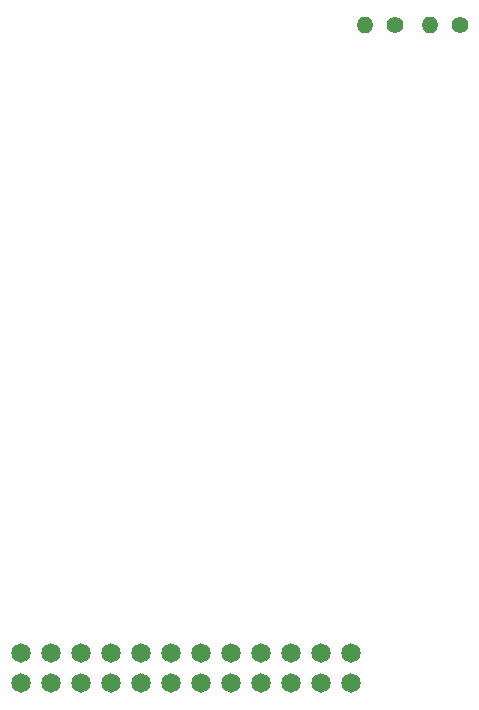
<source format=gbr>
%TF.GenerationSoftware,KiCad,Pcbnew,(5.1.4)-1*%
%TF.CreationDate,2021-10-06T22:06:40+03:00*%
%TF.ProjectId,IRBE_elektro_bar,49524245-5f65-46c6-956b-74726f5f6261,rev?*%
%TF.SameCoordinates,Original*%
%TF.FileFunction,Soldermask,Bot*%
%TF.FilePolarity,Negative*%
%FSLAX46Y46*%
G04 Gerber Fmt 4.6, Leading zero omitted, Abs format (unit mm)*
G04 Created by KiCad (PCBNEW (5.1.4)-1) date 2021-10-06 22:06:40*
%MOMM*%
%LPD*%
G04 APERTURE LIST*
%ADD10O,1.400000X1.400000*%
%ADD11C,1.400000*%
%ADD12C,1.640000*%
G04 APERTURE END LIST*
D10*
%TO.C,BT2*%
X81008800Y-115939200D03*
D11*
X83548800Y-115939200D03*
%TD*%
D10*
%TO.C,BT1*%
X86546000Y-115964600D03*
D11*
X89086000Y-115964600D03*
%TD*%
D12*
%TO.C,Connector1*%
X79870600Y-171704800D03*
X79870600Y-169164800D03*
X77330600Y-171704800D03*
X77330600Y-169164800D03*
X74790600Y-171704800D03*
X74790600Y-169164800D03*
X72250600Y-171704800D03*
X72250600Y-169164800D03*
X69710600Y-171704800D03*
X69710600Y-169164800D03*
X67170600Y-171704800D03*
X67170600Y-169164800D03*
X64630600Y-171704800D03*
X64630600Y-169164800D03*
X62090600Y-171704800D03*
X62090600Y-169164800D03*
X59550600Y-171704800D03*
X59550600Y-169164800D03*
X57010600Y-171704800D03*
X57010600Y-169164800D03*
X54470600Y-171704800D03*
X54470600Y-169164800D03*
X51930600Y-171704800D03*
X51930600Y-169164800D03*
%TD*%
M02*

</source>
